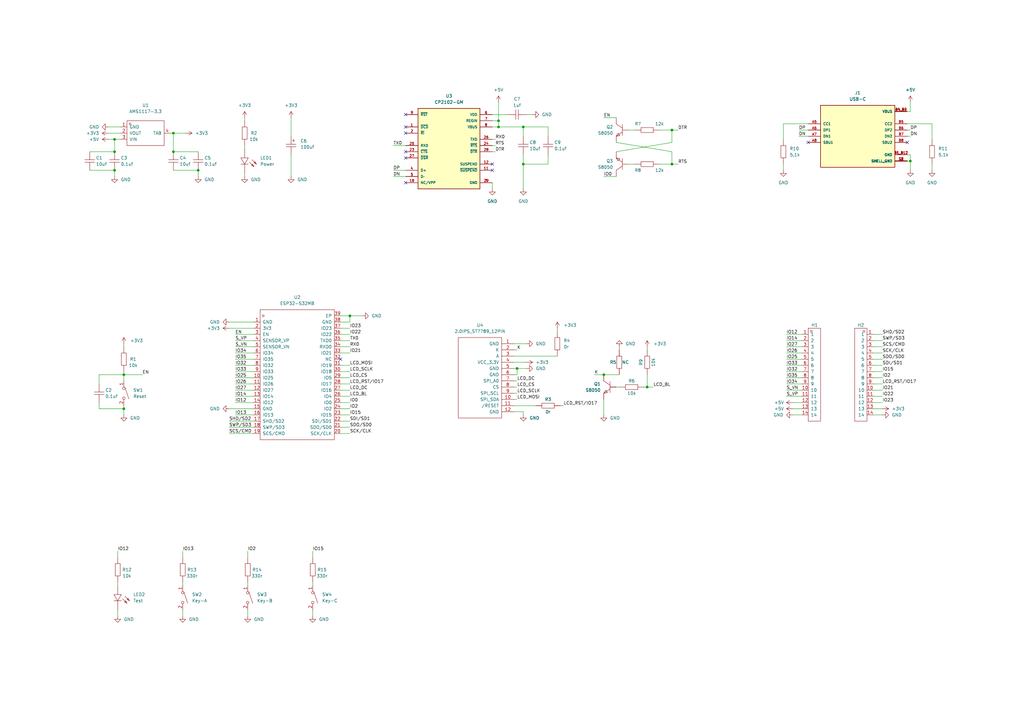
<source format=kicad_sch>
(kicad_sch (version 20211123) (generator eeschema)
  (paper "A3")
  (lib_symbols
    (symbol "SnapEDA:100uf" (pin_numbers hide) (pin_names (offset 1.016) hide)
      (property "Reference" "C" (at 0 3.81 0))
      (property "Value" "100uf" (at 0 -3.81 0))
      (symbol "100uf_1_1"
        (pin passive line (at 3.81 0 180) (length 2.54) (name "1") (number "1"))
        (pin passive line (at -3.81 0 0) (length 2.54) (name "2") (number "2"))
      )
    )
    (symbol "SnapEDA:2.0IPS_ST7789_12PIN" (pin_names (offset 1.016))
      (property "Reference" "U" (at -3.81 22.86 0))
      (property "Value" "2.0IPS_ST7789_12PIN" (at -2.54 20.32 0))
      (symbol "2.0IPS_ST7789_12PIN_1_1"
        (pin passive line (at 10.16 15.24 180) (length 5.08) (name "GND") (number "1"))
        (pin passive line (at 10.16 -7.62 180) (length 5.08) (name "SPI_SDA") (number "10"))
        (pin passive line (at 10.16 -10.16 180) (length 5.08) (name "/RESET") (number "11"))
        (pin passive line (at 10.16 -12.7 180) (length 5.08) (name "GND") (number "12"))
        (pin passive line (at 10.16 12.7 180) (length 5.08) (name "K") (number "2"))
        (pin passive line (at 10.16 10.16 180) (length 5.08) (name "A") (number "3"))
        (pin passive line (at 10.16 7.62 180) (length 5.08) (name "VCC_3.3V") (number "4"))
        (pin passive line (at 10.16 5.08 180) (length 5.08) (name "GND") (number "5"))
        (pin passive line (at 10.16 2.54 180) (length 5.08) (name "GND") (number "6"))
        (pin passive line (at 10.16 0 180) (length 5.08) (name "SPI_A0") (number "7"))
        (pin passive line (at 10.16 -2.54 180) (length 5.08) (name "CS") (number "8"))
        (pin passive line (at 10.16 -5.08 180) (length 5.08) (name "SPI_SCL") (number "9"))
      )
    )
    (symbol "SnapEDA:AMS1117-3.3" (pin_names (offset 1.016))
      (property "Reference" "U" (at 0 10.16 0))
      (property "Value" "AMS1117-3.3" (at 0 7.62 0))
      (symbol "AMS1117-3.3_1_1"
        (pin passive line (at -10.16 2.54 0) (length 2.54) (name "GND") (number "1"))
        (pin passive line (at -10.16 0 0) (length 2.54) (name "VOUT") (number "2"))
        (pin passive line (at -10.16 -2.54 0) (length 2.54) (name "VIN") (number "3"))
        (pin passive line (at 10.16 0 180) (length 2.54) (name "TAB") (number "4"))
      )
    )
    (symbol "SnapEDA:C-0603" (pin_numbers hide) (pin_names (offset 1.016) hide)
      (property "Reference" "C" (at 0 3.81 0))
      (property "Value" "C-0603" (at 0 -3.81 0))
      (symbol "C-0603_1_1"
        (pin passive line (at -3.81 0 0) (length 2.54) (name "1") (number "1"))
        (pin passive line (at 3.81 0 180) (length 2.54) (name "2") (number "2"))
      )
    )
    (symbol "SnapEDA:CP2102-GM" (pin_names (offset 1.016))
      (property "Reference" "U" (at -12.954 18.3642 0))
      (property "Value" "CP2102-GM" (at -13.1318 -17.3228 0))
      (symbol "CP2102-GM_0_0"
        (pin input line (at -17.78 10.16 0) (length 5.08) (name "~{DCD}") (number "1"))
        (pin output line (at 17.78 -7.62 180) (length 5.08) (name "~{SUSPEND}") (number "11"))
        (pin output line (at 17.78 -5.08 180) (length 5.08) (name "SUSPEND") (number "12"))
        (pin bidirectional line (at -17.78 -12.7 0) (length 5.08) (name "NC/VPP") (number "18"))
        (pin input line (at -17.78 7.62 0) (length 5.08) (name "~{RI}") (number "2"))
        (pin input line (at -17.78 0 0) (length 5.08) (name "~{CTS}") (number "23"))
        (pin output line (at 17.78 2.54 180) (length 5.08) (name "~{RTS}") (number "24"))
        (pin input line (at -17.78 2.54 0) (length 5.08) (name "RXD") (number "25"))
        (pin output line (at 17.78 5.08 180) (length 5.08) (name "TXD") (number "26"))
        (pin input line (at -17.78 -2.54 0) (length 5.08) (name "~{DSR}") (number "27"))
        (pin output line (at 17.78 0 180) (length 5.08) (name "~{DTR}") (number "28"))
        (pin passive line (at 17.78 -12.7 180) (length 5.08) (name "GND") (number "29"))
        (pin passive line (at 17.78 -12.7 180) (length 5.08) (name "GND") (number "3"))
        (pin bidirectional line (at -17.78 -7.62 0) (length 5.08) (name "D+") (number "4"))
        (pin bidirectional line (at -17.78 -10.16 0) (length 5.08) (name "D–") (number "5"))
        (pin passive line (at 17.78 15.24 180) (length 5.08) (name "VDD") (number "6"))
        (pin passive line (at 17.78 12.7 180) (length 5.08) (name "REGIN") (number "7"))
        (pin passive line (at 17.78 10.16 180) (length 5.08) (name "VBUS") (number "8"))
        (pin bidirectional line (at -17.78 15.24 0) (length 5.08) (name "~{RST}") (number "9"))
      )
    )
    (symbol "SnapEDA:ESP32-S32MB" (pin_names (offset 1.016))
      (property "Reference" "U" (at -13.97 30.48 0))
      (property "Value" "ESP32-S32MB" (at -7.62 27.94 0))
      (symbol "ESP32-S32MB_1_1"
        (pin input line (at -17.78 21.59 0) (length 2.54) (name "GND") (number "1"))
        (pin input line (at -17.78 -1.27 0) (length 2.54) (name "IO25") (number "10"))
        (pin input line (at -17.78 -3.81 0) (length 2.54) (name "IO26") (number "11"))
        (pin input line (at -17.78 -6.35 0) (length 2.54) (name "IO27") (number "12"))
        (pin input line (at -17.78 -8.89 0) (length 2.54) (name "IO14") (number "13"))
        (pin input line (at -17.78 -11.43 0) (length 2.54) (name "IO12") (number "14"))
        (pin input line (at -17.78 -13.97 0) (length 2.54) (name "GND") (number "15"))
        (pin input line (at -17.78 -16.51 0) (length 2.54) (name "IO13") (number "16"))
        (pin input line (at -17.78 -19.05 0) (length 2.54) (name "SHD/SD2") (number "17"))
        (pin input line (at -17.78 -21.59 0) (length 2.54) (name "SWP/SD3") (number "18"))
        (pin input line (at -17.78 -24.13 0) (length 2.54) (name "SCS/CMD") (number "19"))
        (pin input line (at -17.78 19.05 0) (length 2.54) (name "3V3") (number "2"))
        (pin input line (at 17.78 -24.13 180) (length 2.54) (name "SCK/CLK") (number "20"))
        (pin input line (at 17.78 -21.59 180) (length 2.54) (name "SDO/SD0") (number "21"))
        (pin input line (at 17.78 -19.05 180) (length 2.54) (name "SDI/SD1") (number "22"))
        (pin input line (at 17.78 -16.51 180) (length 2.54) (name "IO15") (number "23"))
        (pin input line (at 17.78 -13.97 180) (length 2.54) (name "IO2") (number "24"))
        (pin input line (at 17.78 -11.43 180) (length 2.54) (name "IO0") (number "25"))
        (pin input line (at 17.78 -8.89 180) (length 2.54) (name "IO4") (number "26"))
        (pin input line (at 17.78 -6.35 180) (length 2.54) (name "IO16") (number "27"))
        (pin input line (at 17.78 -3.81 180) (length 2.54) (name "IO17") (number "28"))
        (pin input line (at 17.78 -1.27 180) (length 2.54) (name "IO5") (number "29"))
        (pin input line (at -17.78 16.51 0) (length 2.54) (name "EN") (number "3"))
        (pin input line (at 17.78 1.27 180) (length 2.54) (name "IO18") (number "30"))
        (pin input line (at 17.78 3.81 180) (length 2.54) (name "IO19") (number "31"))
        (pin input line (at 17.78 6.35 180) (length 2.54) (name "NC") (number "32"))
        (pin input line (at 17.78 8.89 180) (length 2.54) (name "IO21") (number "33"))
        (pin input line (at 17.78 11.43 180) (length 2.54) (name "RXD0") (number "34"))
        (pin input line (at 17.78 13.97 180) (length 2.54) (name "TXD0") (number "35"))
        (pin input line (at 17.78 16.51 180) (length 2.54) (name "IO22") (number "36"))
        (pin input line (at 17.78 19.05 180) (length 2.54) (name "IO23") (number "37"))
        (pin input line (at 17.78 21.59 180) (length 2.54) (name "GND") (number "38"))
        (pin input line (at 17.78 24.13 180) (length 2.54) (name "EP") (number "39"))
        (pin input line (at -17.78 13.97 0) (length 2.54) (name "SENSOR_VP") (number "4"))
        (pin input line (at -17.78 11.43 0) (length 2.54) (name "SENSOR_VN") (number "5"))
        (pin input line (at -17.78 8.89 0) (length 2.54) (name "IO34") (number "6"))
        (pin input line (at -17.78 6.35 0) (length 2.54) (name "IO35") (number "7"))
        (pin input line (at -17.78 3.81 0) (length 2.54) (name "IO32") (number "8"))
        (pin input line (at -17.78 1.27 0) (length 2.54) (name "IO33") (number "9"))
      )
    )
    (symbol "SnapEDA:KH-2.54PH180-1X14P-L11.5" (pin_names (offset 1.016))
      (property "Reference" "H" (at 0 20.32 0))
      (symbol "KH-2.54PH180-1X14P-L11.5_1_1"
        (pin passive line (at -5.08 16.51 0) (length 2.54) (name "1") (number "1"))
        (pin passive line (at -5.08 -6.35 0) (length 2.54) (name "10") (number "10"))
        (pin passive line (at -5.08 -8.89 0) (length 2.54) (name "11") (number "11"))
        (pin passive line (at -5.08 -11.43 0) (length 2.54) (name "12") (number "12"))
        (pin passive line (at -5.08 -13.97 0) (length 2.54) (name "13") (number "13"))
        (pin passive line (at -5.08 -16.51 0) (length 2.54) (name "14") (number "14"))
        (pin passive line (at -5.08 13.97 0) (length 2.54) (name "2") (number "2"))
        (pin passive line (at -5.08 11.43 0) (length 2.54) (name "3") (number "3"))
        (pin passive line (at -5.08 8.89 0) (length 2.54) (name "4") (number "4"))
        (pin passive line (at -5.08 6.35 0) (length 2.54) (name "5") (number "5"))
        (pin passive line (at -5.08 3.81 0) (length 2.54) (name "6") (number "6"))
        (pin passive line (at -5.08 1.27 0) (length 2.54) (name "7") (number "7"))
        (pin passive line (at -5.08 -1.27 0) (length 2.54) (name "8") (number "8"))
        (pin passive line (at -5.08 -3.81 0) (length 2.54) (name "9") (number "9"))
      )
    )
    (symbol "SnapEDA:LED-0603" (pin_numbers hide) (pin_names (offset 1.016) hide)
      (property "Reference" "LED" (at 0 5.08 0))
      (symbol "LED-0603_1_1"
        (pin passive line (at -5.08 -1.27 0) (length 3.81) (name "A") (number "1"))
        (pin passive line (at 5.08 -1.27 180) (length 3.81) (name "C") (number "2"))
      )
    )
    (symbol "SnapEDA:RES-0603" (pin_numbers hide) (pin_names (offset 1.016) hide)
      (property "Reference" "R" (at 0 2.54 0))
      (property "Value" "RES-0603" (at 0 -2.54 0))
      (symbol "RES-0603_1_1"
        (pin passive line (at -5.08 0 0) (length 2.54) (name "1") (number "1"))
        (pin passive line (at 5.08 0 180) (length 2.54) (name "2") (number "2"))
      )
    )
    (symbol "SnapEDA:S8050" (pin_numbers hide) (pin_names (offset 1.016) hide)
      (property "Reference" "Q" (at 6.35 -2.54 0))
      (property "Value" "S8050" (at 8.89 -5.08 0))
      (symbol "S8050_1_1"
        (pin passive line (at -2.54 0 0) (length 2.54) (name "B") (number "1"))
        (pin passive line (at 2.54 -5.08 90) (length 2.54) (name "E") (number "2"))
        (pin passive line (at 2.54 5.08 270) (length 2.54) (name "C") (number "3"))
      )
    )
    (symbol "SnapEDA:ST-1186S(小龟)" (pin_names (offset 1.016) hide)
      (property "Reference" "SW" (at 0 3.81 0))
      (property "Value" "ST-1186S(小龟)" (at 0 -2.54 0))
      (symbol "ST-1186S(小龟)_1_1"
        (pin passive line (at -5.08 0 0) (length 2.54) (name "1") (number "1"))
        (pin passive line (at 5.08 0 180) (length 2.54) (name "2") (number "2"))
      )
    )
    (symbol "SnapEDA:USB4105-GF-A" (pin_names (offset 1.016))
      (property "Reference" "J" (at -15.24 13.97 0))
      (property "Value" "USB4105-GF-A" (at -15.24 -15.24 0))
      (symbol "USB4105-GF-A_0_0"
        (pin passive line (at 20.32 -7.62 180) (length 5.08) (name "GND") (number "A1_B12"))
        (pin passive line (at 20.32 10.16 180) (length 5.08) (name "VBUS") (number "A4_B9"))
        (pin bidirectional line (at -20.32 5.08 0) (length 5.08) (name "CC1") (number "A5"))
        (pin bidirectional line (at -20.32 2.54 0) (length 5.08) (name "DP1") (number "A6"))
        (pin bidirectional line (at -20.32 0 0) (length 5.08) (name "DN1") (number "A7"))
        (pin bidirectional line (at -20.32 -2.54 0) (length 5.08) (name "SBU1") (number "A8"))
        (pin passive line (at 20.32 -7.62 180) (length 5.08) (name "GND") (number "B1_A12"))
        (pin passive line (at 20.32 10.16 180) (length 5.08) (name "VBUS") (number "B4_A9"))
        (pin bidirectional line (at 20.32 5.08 180) (length 5.08) (name "CC2") (number "B5"))
        (pin bidirectional line (at 20.32 2.54 180) (length 5.08) (name "DP2") (number "B6"))
        (pin bidirectional line (at 20.32 0 180) (length 5.08) (name "DN2") (number "B7"))
        (pin bidirectional line (at 20.32 -2.54 180) (length 5.08) (name "SBU2") (number "B8"))
        (pin passive line (at 20.32 -10.16 180) (length 5.08) (name "SHELL_GND") (number "S1"))
        (pin passive line (at 20.32 -10.16 180) (length 5.08) (name "SHELL_GND") (number "S2"))
        (pin passive line (at 20.32 -10.16 180) (length 5.08) (name "SHELL_GND") (number "S3"))
        (pin passive line (at 20.32 -10.16 180) (length 5.08) (name "SHELL_GND") (number "S4"))
      )
    )
    (symbol "power:+3V3" (power) (pin_names (offset 0))
      (property "Value" "+3V3" (at 0 3.556 0))
      (symbol "+3V3_1_1"
        (pin power_in line (at 0 0 90) (length 0) hide (name "+3V3") (number "1"))
      )
    )
    (symbol "power:+5V" (power) (pin_names (offset 0))
      (property "Value" "+5V" (at 0 3.556 0))
      (symbol "+5V_1_1"
        (pin power_in line (at 0 0 90) (length 0) hide (name "+5V") (number "1"))
      )
    )
    (symbol "power:GND" (power) (pin_names (offset 0))
      (property "Value" "GND" (at 0 -3.81 0))
      (symbol "GND_1_1"
        (pin power_in line (at 0 0 270) (length 0) hide (name "GND") (number "1"))
      )
    )
  )
  (junction (at 81.28 69.85))
  (junction (at 71.12 62.23))
  (junction (at 275.59 53.34))
  (junction (at 204.47 49.53))
  (junction (at 212.09 151.13))
  (junction (at 265.43 158.75))
  (junction (at 71.12 54.61))
  (junction (at 46.99 62.23))
  (junction (at 46.99 69.85))
  (junction (at 247.65 153.67))
  (junction (at 275.59 67.31))
  (junction (at 214.63 67.31))
  (junction (at 373.38 66.04))
  (junction (at 46.99 57.15))
  (junction (at 50.8 167.64))
  (junction (at 214.63 52.07))
  (junction (at 143.51 129.54))
  (junction (at 204.47 52.07))
  (junction (at 50.8 153.67))
  (no_connect (at 166.37 74.93))
  (no_connect (at 372.11 58.42))
  (no_connect (at 331.47 58.42))
  (no_connect (at 201.93 69.85))
  (no_connect (at 201.93 67.31))
  (no_connect (at 139.7 147.32))
  (no_connect (at 166.37 62.23))
  (no_connect (at 166.37 64.77))
  (no_connect (at 166.37 52.07))
  (no_connect (at 166.37 46.99))
  (no_connect (at 166.37 54.61))
  (wire (pts (xy 228.6 134.62) (xy 228.6 135.89)))
  (wire (pts (xy 161.29 59.69) (xy 166.37 59.69)))
  (wire (pts (xy 143.51 154.94) (xy 139.7 154.94)))
  (wire (pts (xy 71.12 62.23) (xy 81.28 62.23)))
  (wire (pts (xy 143.51 175.26) (xy 139.7 175.26)))
  (wire (pts (xy 275.59 67.31) (xy 278.13 67.31)))
  (wire (pts (xy 325.12 170.18) (xy 328.93 170.18)))
  (wire (pts (xy 143.51 142.24) (xy 139.7 142.24)))
  (wire (pts (xy 327.66 55.88) (xy 331.47 55.88)))
  (wire (pts (xy 96.52 162.56) (xy 104.14 162.56)))
  (wire (pts (xy 46.99 57.15) (xy 49.53 57.15)))
  (wire (pts (xy 143.51 170.18) (xy 139.7 170.18)))
  (wire (pts (xy 93.98 172.72) (xy 104.14 172.72)))
  (wire (pts (xy 48.26 238.76) (xy 48.26 240.03)))
  (wire (pts (xy 214.63 52.07) (xy 204.47 52.07)))
  (wire (pts (xy 212.09 156.21) (xy 210.82 156.21)))
  (wire (pts (xy 40.64 153.67) (xy 50.8 153.67)))
  (wire (pts (xy 100.33 71.12) (xy 100.33 72.39)))
  (wire (pts (xy 214.63 67.31) (xy 214.63 77.47)))
  (wire (pts (xy 254 158.75) (xy 252.73 158.75)))
  (wire (pts (xy 270.51 53.34) (xy 275.59 53.34)))
  (wire (pts (xy 361.95 139.7) (xy 358.14 139.7)))
  (wire (pts (xy 210.82 146.05) (xy 228.6 146.05)))
  (wire (pts (xy 275.59 53.34) (xy 275.59 58.42)))
  (wire (pts (xy 361.95 160.02) (xy 358.14 160.02)))
  (wire (pts (xy 322.58 144.78) (xy 328.93 144.78)))
  (wire (pts (xy 212.09 158.75) (xy 210.82 158.75)))
  (wire (pts (xy 74.93 226.06) (xy 74.93 228.6)))
  (wire (pts (xy 40.64 167.64) (xy 50.8 167.64)))
  (wire (pts (xy 96.52 149.86) (xy 104.14 149.86)))
  (wire (pts (xy 96.52 165.1) (xy 104.14 165.1)))
  (wire (pts (xy 74.93 250.19) (xy 74.93 252.73)))
  (wire (pts (xy 50.8 166.37) (xy 50.8 167.64)))
  (wire (pts (xy 327.66 53.34) (xy 331.47 53.34)))
  (wire (pts (xy 96.52 137.16) (xy 104.14 137.16)))
  (wire (pts (xy 361.95 154.94) (xy 358.14 154.94)))
  (wire (pts (xy 212.09 161.29) (xy 210.82 161.29)))
  (wire (pts (xy 50.8 152.4) (xy 50.8 153.67)))
  (wire (pts (xy 74.93 238.76) (xy 74.93 240.03)))
  (wire (pts (xy 143.51 144.78) (xy 139.7 144.78)))
  (wire (pts (xy 372.11 63.5) (xy 373.38 63.5)))
  (wire (pts (xy 143.51 177.8) (xy 139.7 177.8)))
  (wire (pts (xy 50.8 167.64) (xy 50.8 170.18)))
  (wire (pts (xy 321.31 50.8) (xy 331.47 50.8)))
  (wire (pts (xy 203.2 62.23) (xy 201.93 62.23)))
  (wire (pts (xy 201.93 74.93) (xy 201.93 77.47)))
  (wire (pts (xy 143.51 152.4) (xy 139.7 152.4)))
  (wire (pts (xy 361.95 137.16) (xy 358.14 137.16)))
  (wire (pts (xy 71.12 54.61) (xy 71.12 62.23)))
  (wire (pts (xy 139.7 129.54) (xy 143.51 129.54)))
  (wire (pts (xy 210.82 153.67) (xy 212.09 153.67)))
  (wire (pts (xy 373.38 55.88) (xy 372.11 55.88)))
  (wire (pts (xy 93.98 132.08) (xy 104.14 132.08)))
  (wire (pts (xy 224.79 63.5) (xy 224.79 67.31)))
  (wire (pts (xy 143.51 132.08) (xy 143.51 129.54)))
  (wire (pts (xy 100.33 48.26) (xy 100.33 49.53)))
  (wire (pts (xy 382.27 67.31) (xy 382.27 69.85)))
  (wire (pts (xy 101.6 226.06) (xy 101.6 228.6)))
  (wire (pts (xy 254 142.24) (xy 254 143.51)))
  (wire (pts (xy 322.58 139.7) (xy 328.93 139.7)))
  (wire (pts (xy 321.31 67.31) (xy 321.31 69.85)))
  (wire (pts (xy 325.12 165.1) (xy 328.93 165.1)))
  (wire (pts (xy 204.47 49.53) (xy 204.47 41.91)))
  (wire (pts (xy 71.12 54.61) (xy 76.2 54.61)))
  (wire (pts (xy 139.7 160.02) (xy 143.51 160.02)))
  (wire (pts (xy 322.58 160.02) (xy 328.93 160.02)))
  (wire (pts (xy 322.58 162.56) (xy 328.93 162.56)))
  (wire (pts (xy 100.33 60.96) (xy 100.33 59.69)))
  (wire (pts (xy 275.59 62.23) (xy 275.59 67.31)))
  (wire (pts (xy 322.58 149.86) (xy 328.93 149.86)))
  (wire (pts (xy 44.45 54.61) (xy 49.53 54.61)))
  (wire (pts (xy 224.79 55.88) (xy 224.79 52.07)))
  (wire (pts (xy 224.79 52.07) (xy 214.63 52.07)))
  (wire (pts (xy 214.63 168.91) (xy 214.63 170.18)))
  (wire (pts (xy 322.58 152.4) (xy 328.93 152.4)))
  (wire (pts (xy 36.83 62.23) (xy 46.99 62.23)))
  (wire (pts (xy 247.65 72.39) (xy 252.73 72.39)))
  (wire (pts (xy 243.84 153.67) (xy 247.65 153.67)))
  (wire (pts (xy 204.47 52.07) (xy 204.47 49.53)))
  (wire (pts (xy 373.38 53.34) (xy 372.11 53.34)))
  (wire (pts (xy 215.9 148.59) (xy 210.82 148.59)))
  (wire (pts (xy 201.93 52.07) (xy 204.47 52.07)))
  (wire (pts (xy 96.52 170.18) (xy 104.14 170.18)))
  (wire (pts (xy 322.58 137.16) (xy 328.93 137.16)))
  (wire (pts (xy 143.51 134.62) (xy 139.7 134.62)))
  (wire (pts (xy 212.09 151.13) (xy 210.82 151.13)))
  (wire (pts (xy 143.51 139.7) (xy 139.7 139.7)))
  (wire (pts (xy 128.27 250.19) (xy 128.27 252.73)))
  (wire (pts (xy 322.58 147.32) (xy 328.93 147.32)))
  (wire (pts (xy 128.27 226.06) (xy 128.27 228.6)))
  (wire (pts (xy 382.27 50.8) (xy 382.27 57.15)))
  (wire (pts (xy 96.52 152.4) (xy 104.14 152.4)))
  (wire (pts (xy 143.51 137.16) (xy 139.7 137.16)))
  (wire (pts (xy 96.52 157.48) (xy 104.14 157.48)))
  (wire (pts (xy 203.2 59.69) (xy 201.93 59.69)))
  (wire (pts (xy 322.58 157.48) (xy 328.93 157.48)))
  (wire (pts (xy 265.43 158.75) (xy 267.97 158.75)))
  (wire (pts (xy 46.99 57.15) (xy 46.99 62.23)))
  (wire (pts (xy 44.45 52.07) (xy 49.53 52.07)))
  (wire (pts (xy 215.9 46.99) (xy 218.44 46.99)))
  (wire (pts (xy 96.52 147.32) (xy 104.14 147.32)))
  (wire (pts (xy 101.6 250.19) (xy 101.6 252.73)))
  (wire (pts (xy 372.11 66.04) (xy 373.38 66.04)))
  (wire (pts (xy 44.45 57.15) (xy 46.99 57.15)))
  (wire (pts (xy 128.27 238.76) (xy 128.27 240.03)))
  (wire (pts (xy 71.12 69.85) (xy 81.28 69.85)))
  (wire (pts (xy 143.51 129.54) (xy 148.59 129.54)))
  (wire (pts (xy 215.9 151.13) (xy 212.09 151.13)))
  (wire (pts (xy 93.98 167.64) (xy 104.14 167.64)))
  (wire (pts (xy 275.59 67.31) (xy 270.51 67.31)))
  (wire (pts (xy 139.7 162.56) (xy 143.51 162.56)))
  (wire (pts (xy 325.12 167.64) (xy 328.93 167.64)))
  (wire (pts (xy 210.82 140.97) (xy 215.9 140.97)))
  (wire (pts (xy 373.38 41.91) (xy 373.38 45.72)))
  (wire (pts (xy 36.83 69.85) (xy 46.99 69.85)))
  (wire (pts (xy 210.82 166.37) (xy 219.71 166.37)))
  (wire (pts (xy 40.64 165.1) (xy 40.64 167.64)))
  (wire (pts (xy 96.52 154.94) (xy 104.14 154.94)))
  (wire (pts (xy 212.09 163.83) (xy 210.82 163.83)))
  (wire (pts (xy 373.38 45.72) (xy 372.11 45.72)))
  (wire (pts (xy 46.99 69.85) (xy 46.99 72.39)))
  (wire (pts (xy 372.11 50.8) (xy 382.27 50.8)))
  (wire (pts (xy 247.65 163.83) (xy 247.65 170.18)))
  (wire (pts (xy 119.38 48.26) (xy 119.38 55.88)))
  (wire (pts (xy 161.29 72.39) (xy 166.37 72.39)))
  (wire (pts (xy 224.79 67.31) (xy 214.63 67.31)))
  (wire (pts (xy 143.51 157.48) (xy 139.7 157.48)))
  (wire (pts (xy 361.95 149.86) (xy 358.14 149.86)))
  (wire (pts (xy 247.65 153.67) (xy 254 153.67)))
  (wire (pts (xy 81.28 69.85) (xy 81.28 72.39)))
  (wire (pts (xy 50.8 153.67) (xy 58.42 153.67)))
  (wire (pts (xy 321.31 57.15) (xy 321.31 50.8)))
  (wire (pts (xy 201.93 46.99) (xy 208.28 46.99)))
  (wire (pts (xy 322.58 142.24) (xy 328.93 142.24)))
  (wire (pts (xy 69.85 54.61) (xy 71.12 54.61)))
  (wire (pts (xy 361.95 167.64) (xy 358.14 167.64)))
  (wire (pts (xy 373.38 63.5) (xy 373.38 66.04)))
  (wire (pts (xy 48.26 226.06) (xy 48.26 228.6)))
  (wire (pts (xy 143.51 149.86) (xy 139.7 149.86)))
  (wire (pts (xy 322.58 154.94) (xy 328.93 154.94)))
  (wire (pts (xy 265.43 158.75) (xy 265.43 153.67)))
  (wire (pts (xy 247.65 48.26) (xy 252.73 48.26)))
  (wire (pts (xy 139.7 132.08) (xy 143.51 132.08)))
  (wire (pts (xy 143.51 165.1) (xy 139.7 165.1)))
  (wire (pts (xy 275.59 58.42) (xy 252.73 62.23)))
  (wire (pts (xy 212.09 143.51) (xy 210.82 143.51)))
  (wire (pts (xy 257.81 53.34) (xy 260.35 53.34)))
  (wire (pts (xy 265.43 142.24) (xy 265.43 143.51)))
  (wire (pts (xy 210.82 168.91) (xy 214.63 168.91)))
  (wire (pts (xy 373.38 66.04) (xy 373.38 69.85)))
  (wire (pts (xy 361.95 162.56) (xy 358.14 162.56)))
  (wire (pts (xy 161.29 69.85) (xy 166.37 69.85)))
  (wire (pts (xy 96.52 142.24) (xy 104.14 142.24)))
  (wire (pts (xy 231.14 166.37) (xy 229.87 166.37)))
  (wire (pts (xy 361.95 144.78) (xy 358.14 144.78)))
  (wire (pts (xy 101.6 238.76) (xy 101.6 240.03)))
  (wire (pts (xy 275.59 53.34) (xy 278.13 53.34)))
  (wire (pts (xy 143.51 172.72) (xy 139.7 172.72)))
  (wire (pts (xy 361.95 165.1) (xy 358.14 165.1)))
  (wire (pts (xy 275.59 62.23) (xy 252.73 58.42)))
  (wire (pts (xy 361.95 157.48) (xy 358.14 157.48)))
  (wire (pts (xy 40.64 157.48) (xy 40.64 153.67)))
  (wire (pts (xy 96.52 144.78) (xy 104.14 144.78)))
  (wire (pts (xy 361.95 147.32) (xy 358.14 147.32)))
  (wire (pts (xy 50.8 140.97) (xy 50.8 142.24)))
  (wire (pts (xy 201.93 49.53) (xy 204.47 49.53)))
  (wire (pts (xy 96.52 160.02) (xy 104.14 160.02)))
  (wire (pts (xy 212.09 153.67) (xy 212.09 151.13)))
  (wire (pts (xy 264.16 158.75) (xy 265.43 158.75)))
  (wire (pts (xy 50.8 153.67) (xy 50.8 156.21)))
  (wire (pts (xy 257.81 67.31) (xy 260.35 67.31)))
  (wire (pts (xy 361.95 170.18) (xy 358.14 170.18)))
  (wire (pts (xy 96.52 139.7) (xy 104.14 139.7)))
  (wire (pts (xy 93.98 134.62) (xy 104.14 134.62)))
  (wire (pts (xy 119.38 63.5) (xy 119.38 72.39)))
  (wire (pts (xy 93.98 175.26) (xy 104.14 175.26)))
  (wire (pts (xy 214.63 55.88) (xy 214.63 52.07)))
  (wire (pts (xy 93.98 177.8) (xy 104.14 177.8)))
  (wire (pts (xy 48.26 252.73) (xy 48.26 250.19)))
  (wire (pts (xy 361.95 142.24) (xy 358.14 142.24)))
  (wire (pts (xy 214.63 67.31) (xy 214.63 63.5)))
  (wire (pts (xy 203.2 57.15) (xy 201.93 57.15)))
  (wire (pts (xy 361.95 152.4) (xy 358.14 152.4)))
  (wire (pts (xy 143.51 167.64) (xy 139.7 167.64)))
  (label "IO35" (at 322.58 154.94 0))
  (label "IO32" (at 322.58 152.4 0))
  (label "IO33" (at 96.52 152.4 0))
  (label "SCK{slash}CLK" (at 361.95 144.78 0))
  (label "IO15" (at 143.51 170.18 0))
  (label "IO34" (at 322.58 157.48 0))
  (label "DTR" (at 203.2 62.23 0))
  (label "LCD_MOSI" (at 143.51 149.86 0))
  (label "IO22" (at 143.51 137.16 0))
  (label "S_VP" (at 96.52 139.7 0))
  (label "DN" (at 161.29 72.39 0))
  (label "IO2" (at 101.6 226.06 0))
  (label "LCD_BL" (at 267.97 158.75 0))
  (label "IO0" (at 247.65 72.39 0))
  (label "IO13" (at 96.52 170.18 0))
  (label "SCS{slash}CMD" (at 93.98 177.8 0))
  (label "IO12" (at 96.52 165.1 0))
  (label "S_VP" (at 322.58 162.56 0))
  (label "IO2" (at 143.51 167.64 0))
  (label "IO26" (at 96.52 157.48 0))
  (label "SDI{slash}SD1" (at 143.51 172.72 0))
  (label "LCD_BL" (at 143.51 162.56 0))
  (label "IO25" (at 96.52 154.94 0))
  (label "IO12" (at 322.58 137.16 0))
  (label "IO23" (at 361.95 165.1 0))
  (label "K" (at 212.09 143.51 0))
  (label "DP" (at 327.66 53.34 0))
  (label "IO13" (at 74.93 226.06 0))
  (label "IO34" (at 96.52 144.78 0))
  (label "EN" (at 247.65 48.26 0))
  (label "IO26" (at 322.58 144.78 0))
  (label "TX0" (at 161.29 59.69 0))
  (label "IO25" (at 322.58 147.32 0))
  (label "LCD_DC" (at 143.51 160.02 0))
  (label "DP" (at 161.29 69.85 0))
  (label "RTS" (at 203.2 59.69 0))
  (label "RX0" (at 143.51 142.24 0))
  (label "LCD_DC" (at 212.09 156.21 0))
  (label "LCD_MOSI" (at 212.09 163.83 0))
  (label "IO0" (at 143.51 165.1 0))
  (label "EN" (at 58.42 153.67 0))
  (label "SHD{slash}SD2" (at 93.98 172.72 0))
  (label "IO14" (at 96.52 162.56 0))
  (label "S_VN" (at 96.52 142.24 0))
  (label "SCS{slash}CMD" (at 361.95 142.24 0))
  (label "SHD{slash}SD2" (at 361.95 137.16 0))
  (label "RTS" (at 278.13 67.31 0))
  (label "EN" (at 96.52 137.16 0))
  (label "IO27" (at 96.52 160.02 0))
  (label "IO32" (at 96.52 149.86 0))
  (label "SDO{slash}SD0" (at 143.51 175.26 0))
  (label "LCD_RST{slash}IO17" (at 231.14 166.37 0))
  (label "SWP{slash}SD3" (at 93.98 175.26 0))
  (label "IO21" (at 361.95 160.02 0))
  (label "RX0" (at 203.2 57.15 0))
  (label "IO27" (at 322.58 142.24 0))
  (label "IO14" (at 322.58 139.7 0))
  (label "IO15" (at 361.95 152.4 0))
  (label "SCK{slash}CLK" (at 143.51 177.8 0))
  (label "IO35" (at 96.52 147.32 0))
  (label "LCD_RST{slash}IO17" (at 361.95 157.48 0))
  (label "IO22" (at 361.95 162.56 0))
  (label "K" (at 243.84 153.67 0))
  (label "SWP{slash}SD3" (at 361.95 139.7 0))
  (label "DN" (at 373.38 55.88 0))
  (label "DP" (at 373.38 53.34 0))
  (label "LCD_RST{slash}IO17" (at 143.51 157.48 0))
  (label "SDO{slash}SD0" (at 361.95 147.32 0))
  (label "DN" (at 327.66 55.88 0))
  (label "LCD_CS" (at 143.51 154.94 0))
  (label "IO12" (at 48.26 226.06 0))
  (label "LCD_SCLK" (at 143.51 152.4 0))
  (label "DTR" (at 278.13 53.34 0))
  (label "IO23" (at 143.51 134.62 0))
  (label "IO15" (at 128.27 226.06 0))
  (label "LCD_CS" (at 212.09 158.75 0))
  (label "IO2" (at 361.95 154.94 0))
  (label "SDI{slash}SD1" (at 361.95 149.86 0))
  (label "IO21" (at 143.51 144.78 0))
  (label "LCD_SCLK" (at 212.09 161.29 0))
  (label "S_VN" (at 322.58 160.02 0))
  (label "IO33" (at 322.58 149.86 0))
  (label "TX0" (at 143.51 139.7 0))
  (symbol (lib_id "SnapEDA:RES-0603") (at 259.08 158.75 180) (unit 1)
    (property "Reference" "R6" (at 259.08 156.21 0))
    (property "Value" "10k" (at 259.08 161.29 0))
    (property "Footprint" "Resistor_SMD:R_0603_1608Metric_Pad0.98x0.95mm_HandSolder" (effects hide))
    (property "Datasheet" "https://atta.szlcsc.com/upload/public/pdf/source/20181114/C319939_84EC22C44582273BB0BA8C4BA6239E66.pdf" (effects hide))
    (property "SuppliersPartNumber" "C319939" (effects hide))
    (property "uuid" "pro:d99720f4aed34e18a6bd928bc160db47" (effects hide))
  )
  (symbol (lib_id "SnapEDA:ST-1186S(小龟)") (at 101.6 245.11 270) (unit 1)
    (property "Reference" "SW3" (at 105.41 243.8399 90) (effects (justify left)))
    (property "Value" "Key-B" (at 105.41 246.3799 90) (effects (justify left)))
    (property "Footprint" "SnapEDA:SW-SMD_ST-1186S" (effects hide))
    (property "Datasheet" "https://atta.szlcsc.com/upload/public/pdf/source/20200922/C589199_3CBBF64D1D8E1CEB170EED2E917B31E1.pdf" (effects hide))
    (property "SuppliersPartNumber" "C589199" (effects hide))
    (property "uuid" "pro:4d2c068a7be4432cac899fb4df7715fb" (effects hide))
  )
  (symbol (lib_id "power:GND") (at 201.93 77.47 0) (unit 1)
    (property "Reference" "#PWR017" (effects hide))
    (property "Value" "GND" (at 201.93 82.55 0))
  )
  (symbol (lib_id "SnapEDA:C-0603") (at 212.09 46.99 0) (unit 1)
    (property "Reference" "C7" (at 212.09 40.64 0))
    (property "Value" "1uf" (at 212.09 43.18 0))
    (property "Footprint" "Capacitor_SMD:C_0603_1608Metric_Pad1.08x0.95mm_HandSolder" (effects hide))
    (property "Datasheet" "https://atta.szlcsc.com/upload/public/pdf/source/20160103/1457707690730.pdf" (effects hide))
    (property "SuppliersPartNumber" "C1688" (effects hide))
    (property "uuid" "pro:b76f1efa6e7d4fe798164e1512f76f52" (effects hide))
  )
  (symbol (lib_id "power:+3V3") (at 44.45 54.61 90) (unit 1)
    (property "Reference" "#PWR02" (effects hide))
    (property "Value" "+3V3" (at 40.64 54.61 90) (effects (justify left)))
  )
  (symbol (lib_id "SnapEDA:KH-2.54PH180-1X14P-L11.5") (at 334.01 153.67 0) (unit 1)
    (property "Reference" "H1" (at 332.74 133.35 0) (effects (justify left)))
    (property "Value" "KH-2.54PH180-1X14P-L11.5" (effects hide))
    (property "Footprint" "SnapEDA:HDR-TH_14P-P2.54-V-M" (effects hide))
    (property "Datasheet" "https://atta.szlcsc.com/upload/public/pdf/source/20211019/70B2F9BE166FB5933520F36B6C0BD4AD.pdf" (effects hide))
    (property "SuppliersPartNumber" "C2905490" (effects hide))
    (property "uuid" "pro:28129977706c458a94d571609413c9e2" (effects hide))
  )
  (symbol (lib_id "SnapEDA:RES-0603") (at 254 148.59 270) (unit 1)
    (property "Reference" "R5" (at 251.46 148.59 90))
    (property "Value" "NC" (at 256.54 148.59 90))
    (property "Footprint" "Resistor_SMD:R_0603_1608Metric_Pad0.98x0.95mm_HandSolder" (effects hide))
    (property "Datasheet" "https://atta.szlcsc.com/upload/public/pdf/source/20181114/C319939_84EC22C44582273BB0BA8C4BA6239E66.pdf" (effects hide))
    (property "SuppliersPartNumber" "C319939" (effects hide))
    (property "uuid" "pro:d99720f4aed34e18a6bd928bc160db47" (effects hide))
  )
  (symbol (lib_id "power:GND") (at 74.93 252.73 0) (unit 1)
    (property "Reference" "#PWR0109" (effects hide))
    (property "Value" "GND" (at 77.47 253.9999 0) (effects (justify left)))
  )
  (symbol (lib_id "SnapEDA:2.0IPS_ST7789_12PIN") (at 200.66 156.21 0) (unit 1)
    (property "Reference" "U4" (at 196.85 133.35 0))
    (property "Value" "2.0IPS_ST7789_12PIN" (at 196.85 135.89 0))
    (property "Footprint" "SnapEDA:SPI-LCD2.0" (effects hide))
    (property "uuid" "pro:4b80e2fc0f0b45ada2f80bb672bd0398" (effects hide))
  )
  (symbol (lib_id "power:+3V3") (at 215.9 148.59 270) (unit 1)
    (property "Reference" "#PWR022" (effects hide))
    (property "Value" "+3V3" (at 219.71 148.5899 90) (effects (justify left)))
  )
  (symbol (lib_id "SnapEDA:C-0603") (at 81.28 66.04 90) (unit 1)
    (property "Reference" "C5" (at 83.82 64.77 90) (effects (justify right)))
    (property "Value" "0.1uf" (at 83.82 67.31 90) (effects (justify right)))
    (property "Footprint" "Capacitor_SMD:C_0603_1608Metric_Pad1.08x0.95mm_HandSolder" (effects hide))
    (property "Datasheet" "https://atta.szlcsc.com/upload/public/pdf/source/20160103/1457707690730.pdf" (effects hide))
    (property "SuppliersPartNumber" "C1688" (effects hide))
    (property "uuid" "pro:b76f1efa6e7d4fe798164e1512f76f52" (effects hide))
  )
  (symbol (lib_id "power:GND") (at 254 142.24 180) (unit 1)
    (property "Reference" "#PWR027" (effects hide))
    (property "Value" "GND" (at 256.54 140.9699 0) (effects (justify right)))
  )
  (symbol (lib_id "SnapEDA:S8050") (at 250.19 158.75 0) (mirror y) (unit 1)
    (property "Reference" "Q1" (at 246.38 157.4799 0) (effects (justify left)))
    (property "Value" "S8050" (at 246.38 160.0199 0) (effects (justify left)))
    (property "Footprint" "SnapEDA:SOT-23-3_L2.9-W1.3-P1.90-LS2.4-BR" (effects hide))
    (property "Datasheet" "https://atta.szlcsc.com/upload/public/pdf/source/20210901/5347316A10609C628D4D69AE01446E5B.pdf" (effects hide))
    (property "SuppliersPartNumber" "C2891804" (effects hide))
    (property "uuid" "pro:8fd3bd2e6bab4d5594ed1f783ff51bb9" (effects hide))
  )
  (symbol (lib_id "SnapEDA:RES-0603") (at 101.6 233.68 90) (unit 1)
    (property "Reference" "R14" (at 105.41 233.68 90))
    (property "Value" "330r" (at 105.41 236.22 90))
    (property "Footprint" "Resistor_SMD:R_0603_1608Metric_Pad0.98x0.95mm_HandSolder" (effects hide))
    (property "Datasheet" "https://atta.szlcsc.com/upload/public/pdf/source/20181114/C319939_84EC22C44582273BB0BA8C4BA6239E66.pdf" (effects hide))
    (property "SuppliersPartNumber" "C319939" (effects hide))
    (property "uuid" "pro:d99720f4aed34e18a6bd928bc160db47" (effects hide))
  )
  (symbol (lib_id "SnapEDA:ST-1186S(小龟)") (at 128.27 245.11 270) (unit 1)
    (property "Reference" "SW4" (at 132.08 243.8399 90) (effects (justify left)))
    (property "Value" "Key-C" (at 132.08 246.3799 90) (effects (justify left)))
    (property "Footprint" "SnapEDA:SW-SMD_ST-1186S" (effects hide))
    (property "Datasheet" "https://atta.szlcsc.com/upload/public/pdf/source/20200922/C589199_3CBBF64D1D8E1CEB170EED2E917B31E1.pdf" (effects hide))
    (property "SuppliersPartNumber" "C589199" (effects hide))
    (property "uuid" "pro:4d2c068a7be4432cac899fb4df7715fb" (effects hide))
  )
  (symbol (lib_id "power:+3V3") (at 76.2 54.61 270) (unit 1)
    (property "Reference" "#PWR07" (effects hide))
    (property "Value" "+3V3" (at 80.01 54.61 90) (effects (justify left)))
  )
  (symbol (lib_id "SnapEDA:LED-0603") (at 49.53 245.11 270) (unit 1)
    (property "Reference" "LED2" (at 54.61 243.84 90) (effects (justify left)))
    (property "Value" "Test" (at 54.61 246.38 90) (effects (justify left)))
    (property "Footprint" "SnapEDA:LED0603-R-RD" (effects hide))
    (property "Datasheet" "https://atta.szlcsc.com/upload/public/pdf/source/20160507/1462613613780.pdf" (effects hide))
    (property "SuppliersPartNumber" "C72043" (effects hide))
    (property "uuid" "pro:224b45cc9227417ca5cd14476019fc68" (effects hide))
  )
  (symbol (lib_id "power:+5V") (at 204.47 41.91 0) (unit 1)
    (property "Reference" "#PWR018" (effects hide))
    (property "Value" "+5V" (at 204.47 36.83 0))
  )
  (symbol (lib_id "SnapEDA:ST-1186S(小龟)") (at 74.93 245.11 270) (unit 1)
    (property "Reference" "SW2" (at 78.74 243.8399 90) (effects (justify left)))
    (property "Value" "Key-A" (at 78.74 246.3799 90) (effects (justify left)))
    (property "Footprint" "SnapEDA:SW-SMD_ST-1186S" (effects hide))
    (property "Datasheet" "https://atta.szlcsc.com/upload/public/pdf/source/20200922/C589199_3CBBF64D1D8E1CEB170EED2E917B31E1.pdf" (effects hide))
    (property "SuppliersPartNumber" "C589199" (effects hide))
    (property "uuid" "pro:4d2c068a7be4432cac899fb4df7715fb" (effects hide))
  )
  (symbol (lib_id "power:+3V3") (at 228.6 134.62 0) (unit 1)
    (property "Reference" "#PWR025" (effects hide))
    (property "Value" "+3V3" (at 231.14 133.3499 0) (effects (justify left)))
  )
  (symbol (lib_id "power:GND") (at 373.38 69.85 0) (unit 1)
    (property "Reference" "#PWR031" (effects hide))
    (property "Value" "GND" (at 373.38 74.93 0))
  )
  (symbol (lib_id "SnapEDA:C-0603") (at 40.64 161.29 90) (unit 1)
    (property "Reference" "C2" (at 43.18 160.02 90) (effects (justify right)))
    (property "Value" "0.1uf" (at 43.18 162.56 90) (effects (justify right)))
    (property "Footprint" "Capacitor_SMD:C_0603_1608Metric_Pad1.08x0.95mm_HandSolder" (effects hide))
    (property "Datasheet" "https://atta.szlcsc.com/upload/public/pdf/source/20160103/1457707690730.pdf" (effects hide))
    (property "SuppliersPartNumber" "C1688" (effects hide))
    (property "uuid" "pro:b76f1efa6e7d4fe798164e1512f76f52" (effects hide))
  )
  (symbol (lib_id "power:GND") (at 382.27 69.85 0) (unit 1)
    (property "Reference" "#PWR032" (effects hide))
    (property "Value" "GND" (at 382.27 74.93 0))
  )
  (symbol (lib_id "power:+3V3") (at 100.33 48.26 0) (unit 1)
    (property "Reference" "#PWR012" (effects hide))
    (property "Value" "+3V3" (at 100.33 43.18 0))
  )
  (symbol (lib_id "SnapEDA:RES-0603") (at 48.26 233.68 90) (unit 1)
    (property "Reference" "R12" (at 52.07 233.68 90))
    (property "Value" "10k" (at 52.07 236.22 90))
    (property "Footprint" "Resistor_SMD:R_0603_1608Metric_Pad0.98x0.95mm_HandSolder" (effects hide))
    (property "Datasheet" "https://atta.szlcsc.com/upload/public/pdf/source/20181114/C319939_84EC22C44582273BB0BA8C4BA6239E66.pdf" (effects hide))
    (property "SuppliersPartNumber" "C319939" (effects hide))
    (property "uuid" "pro:d99720f4aed34e18a6bd928bc160db47" (effects hide))
  )
  (symbol (lib_id "SnapEDA:RES-0603") (at 265.43 67.31 0) (unit 1)
    (property "Reference" "R8" (at 261.62 69.85 0))
    (property "Value" "12k" (at 270.51 69.85 0))
    (property "Footprint" "Resistor_SMD:R_0603_1608Metric_Pad0.98x0.95mm_HandSolder" (effects hide))
    (property "Datasheet" "https://atta.szlcsc.com/upload/public/pdf/source/20181114/C319939_84EC22C44582273BB0BA8C4BA6239E66.pdf" (effects hide))
    (property "SuppliersPartNumber" "C319939" (effects hide))
    (property "uuid" "pro:d99720f4aed34e18a6bd928bc160db47" (effects hide))
  )
  (symbol (lib_id "SnapEDA:AMS1117-3.3") (at 59.69 54.61 0) (unit 1)
    (property "Reference" "U1" (at 59.69 43.18 0))
    (property "Value" "AMS1117-3.3" (at 59.69 45.72 0))
    (property "Footprint" "SnapEDA:SOT-223-3_L6.5-W3.4-P2.30-LS7.0-BR" (effects hide))
    (property "Datasheet" "https://atta.szlcsc.com/upload/public/pdf/source/20210915/EA806799CEEC3F52E0A4FA8303A508AC.pdf" (effects hide))
    (property "SuppliersPartNumber" "C351784" (effects hide))
    (property "uuid" "pro:f229a73643f148e4a420832b7fc689af" (effects hide))
  )
  (symbol (lib_id "power:+3V3") (at 93.98 134.62 90) (unit 1)
    (property "Reference" "#PWR010" (effects hide))
    (property "Value" "+3V3" (at 90.17 134.6199 90) (effects (justify left)))
  )
  (symbol (lib_id "power:GND") (at 46.99 72.39 0) (unit 1)
    (property "Reference" "#PWR04" (effects hide))
    (property "Value" "GND" (at 49.53 73.6599 0) (effects (justify left)))
  )
  (symbol (lib_id "power:+5V") (at 373.38 41.91 0) (unit 1)
    (property "Reference" "#PWR030" (effects hide))
    (property "Value" "+5V" (at 373.38 36.83 0))
  )
  (symbol (lib_id "power:GND") (at 215.9 140.97 90) (unit 1)
    (property "Reference" "#PWR021" (effects hide))
    (property "Value" "GND" (at 219.71 140.9699 90) (effects (justify right)))
  )
  (symbol (lib_id "SnapEDA:S8050") (at 255.27 67.31 180) (unit 1)
    (property "Reference" "Q3" (at 251.46 66.0399 0) (effects (justify left)))
    (property "Value" "S8050" (at 251.46 68.5799 0) (effects (justify left)))
    (property "Footprint" "SnapEDA:SOT-23-3_L2.9-W1.3-P1.90-LS2.4-BR" (effects hide))
    (property "Datasheet" "https://atta.szlcsc.com/upload/public/pdf/source/20210901/5347316A10609C628D4D69AE01446E5B.pdf" (effects hide))
    (property "SuppliersPartNumber" "C2891804" (effects hide))
    (property "uuid" "pro:8fd3bd2e6bab4d5594ed1f783ff51bb9" (effects hide))
  )
  (symbol (lib_id "power:GND") (at 321.31 69.85 0) (unit 1)
    (property "Reference" "#PWR029" (effects hide))
    (property "Value" "GND" (at 321.31 74.93 0))
  )
  (symbol (lib_id "power:GND") (at 218.44 46.99 90) (unit 1)
    (property "Reference" "#PWR024" (effects hide))
    (property "Value" "GND" (at 222.25 46.9899 90) (effects (justify right)))
  )
  (symbol (lib_id "SnapEDA:C-0603") (at 46.99 66.04 90) (unit 1)
    (property "Reference" "C3" (at 49.53 64.77 90) (effects (justify right)))
    (property "Value" "0.1uf" (at 49.53 67.31 90) (effects (justify right)))
    (property "Footprint" "Capacitor_SMD:C_0603_1608Metric_Pad1.08x0.95mm_HandSolder" (effects hide))
    (property "Datasheet" "https://atta.szlcsc.com/upload/public/pdf/source/20160103/1457707690730.pdf" (effects hide))
    (property "SuppliersPartNumber" "C1688" (effects hide))
    (property "uuid" "pro:b76f1efa6e7d4fe798164e1512f76f52" (effects hide))
  )
  (symbol (lib_id "SnapEDA:C-0603") (at 71.12 66.04 90) (unit 1)
    (property "Reference" "C4" (at 73.66 64.77 90) (effects (justify right)))
    (property "Value" "10uf" (at 73.66 67.31 90) (effects (justify right)))
    (property "Footprint" "Capacitor_SMD:C_0603_1608Metric_Pad1.08x0.95mm_HandSolder" (effects hide))
    (property "Datasheet" "https://atta.szlcsc.com/upload/public/pdf/source/20160103/1457707690730.pdf" (effects hide))
    (property "SuppliersPartNumber" "C1688" (effects hide))
    (property "uuid" "pro:b76f1efa6e7d4fe798164e1512f76f52" (effects hide))
  )
  (symbol (lib_id "SnapEDA:S8050") (at 255.27 53.34 0) (mirror y) (unit 1)
    (property "Reference" "Q2" (at 251.46 52.0699 0) (effects (justify left)))
    (property "Value" "S8050" (at 251.46 54.6099 0) (effects (justify left)))
    (property "Footprint" "SnapEDA:SOT-23-3_L2.9-W1.3-P1.90-LS2.4-BR" (effects hide))
    (property "Datasheet" "https://atta.szlcsc.com/upload/public/pdf/source/20210901/5347316A10609C628D4D69AE01446E5B.pdf" (effects hide))
    (property "SuppliersPartNumber" "C2891804" (effects hide))
    (property "uuid" "pro:8fd3bd2e6bab4d5594ed1f783ff51bb9" (effects hide))
  )
  (symbol (lib_id "power:GND") (at 214.63 170.18 0) (unit 1)
    (property "Reference" "#PWR020" (effects hide))
    (property "Value" "GND" (at 217.17 171.4499 0) (effects (justify left)))
  )
  (symbol (lib_id "SnapEDA:USB4105-GF-A") (at 351.79 55.88 0) (unit 1)
    (property "Reference" "J1" (at 351.79 38.1 0))
    (property "Value" "USB-C" (at 351.79 40.64 0))
    (property "Footprint" "SnapEDA:USBC-16pin" (effects hide))
    (property "STANDARD" "Manufacturer Recommendations" (effects hide))
    (property "PARTREV" "A3" (effects hide))
    (property "MAXIMUM_PACKAGE_HEIGHT" "3.31 mm" (effects hide))
    (property "MANUFACTURER" "GCT" (effects hide))
  )
  (symbol (lib_id "power:GND") (at 81.28 72.39 0) (unit 1)
    (property "Reference" "#PWR08" (effects hide))
    (property "Value" "GND" (at 83.82 73.6599 0) (effects (justify left)))
  )
  (symbol (lib_id "SnapEDA:CP2102-GM") (at 184.15 62.23 0) (unit 1)
    (property "Reference" "U3" (at 184.15 39.37 0))
    (property "Value" "CP2102-GM" (at 184.15 41.91 0))
    (property "Footprint" "SnapEDA:QFN50P500X500X100-29N" (effects hide))
    (property "DESCRIPTION" "IC USB-TO-UART BRIDGE 28VQFN" (effects hide))
    (property "SNAPEDA_PACKAGE_ID" "11371" (effects hide))
    (property "STANDARD" "IPC-7351B" (effects hide))
    (property "PARTREV" "1.8" (effects hide))
    (property "AVAILABILITY" "Good" (effects hide))
    (property "PRICE" "3.43 USD" (effects hide))
    (property "MANUFACTURER" "Silicon Labs" (effects hide))
    (property "PACKAGE" "QFN-28 Silicon Labs" (effects hide))
    (property "MP" "CP2102-GM" (effects hide))
  )
  (symbol (lib_id "power:+3V3") (at 50.8 140.97 0) (unit 1)
    (property "Reference" "#PWR05" (effects hide))
    (property "Value" "+3V3" (at 53.34 139.6999 0) (effects (justify left)))
  )
  (symbol (lib_id "SnapEDA:C-0603") (at 214.63 59.69 90) (unit 1)
    (property "Reference" "C8" (at 217.17 58.42 90) (effects (justify right)))
    (property "Value" "10uf" (at 217.17 60.96 90) (effects (justify right)))
    (property "Footprint" "Capacitor_SMD:C_0603_1608Metric_Pad1.08x0.95mm_HandSolder" (effects hide))
    (property "Datasheet" "https://atta.szlcsc.com/upload/public/pdf/source/20160103/1457707690730.pdf" (effects hide))
    (property "SuppliersPartNumber" "C1688" (effects hide))
    (property "uuid" "pro:b76f1efa6e7d4fe798164e1512f76f52" (effects hide))
  )
  (symbol (lib_id "power:+3V3") (at 265.43 142.24 0) (unit 1)
    (property "Reference" "#PWR028" (effects hide))
    (property "Value" "+3V3" (at 267.97 140.9699 0) (effects (justify left)))
  )
  (symbol (lib_id "power:GND") (at 119.38 72.39 0) (unit 1)
    (property "Reference" "#PWR015" (effects hide))
    (property "Value" "GND" (at 121.92 73.6599 0) (effects (justify left)))
  )
  (symbol (lib_id "SnapEDA:RES-0603") (at 100.33 54.61 90) (unit 1)
    (property "Reference" "R2" (at 104.14 54.61 90))
    (property "Value" "10k" (at 104.14 57.15 90))
    (property "Footprint" "Resistor_SMD:R_0603_1608Metric_Pad0.98x0.95mm_HandSolder" (effects hide))
    (property "Datasheet" "https://atta.szlcsc.com/upload/public/pdf/source/20181114/C319939_84EC22C44582273BB0BA8C4BA6239E66.pdf" (effects hide))
    (property "SuppliersPartNumber" "C319939" (effects hide))
    (property "uuid" "pro:d99720f4aed34e18a6bd928bc160db47" (effects hide))
  )
  (symbol (lib_id "power:GND") (at 325.12 170.18 270) (unit 1)
    (property "Reference" "#PWR0101" (effects hide))
    (property "Value" "GND" (at 321.31 170.18 90) (effects (justify right)))
  )
  (symbol (lib_id "power:GND") (at 128.27 252.73 0) (unit 1)
    (property "Reference" "#PWR0108" (effects hide))
    (property "Value" "GND" (at 130.81 253.9999 0) (effects (justify left)))
  )
  (symbol (lib_id "power:GND") (at 100.33 72.39 0) (unit 1)
    (property "Reference" "#PWR013" (effects hide))
    (property "Value" "GND" (at 102.87 73.6599 0) (effects (justify left)))
  )
  (symbol (lib_id "SnapEDA:LED-0603") (at 101.6 66.04 270) (unit 1)
    (property "Reference" "LED1" (at 106.68 64.77 90) (effects (justify left)))
    (property "Value" "Power" (at 106.68 67.31 90) (effects (justify left)))
    (property "Footprint" "SnapEDA:LED0603-R-RD" (effects hide))
    (property "Datasheet" "https://atta.szlcsc.com/upload/public/pdf/source/20160507/1462613613780.pdf" (effects hide))
    (property "SuppliersPartNumber" "C72043" (effects hide))
    (property "uuid" "pro:224b45cc9227417ca5cd14476019fc68" (effects hide))
  )
  (symbol (lib_id "power:+5V") (at 325.12 167.64 90) (unit 1)
    (property "Reference" "#PWR0104" (effects hide))
    (property "Value" "+5V" (at 317.5 167.64 90) (effects (justify right)))
  )
  (symbol (lib_id "power:GND") (at 214.63 77.47 0) (unit 1)
    (property "Reference" "#PWR019" (effects hide))
    (property "Value" "GND" (at 214.63 82.55 0))
  )
  (symbol (lib_id "power:GND") (at 50.8 170.18 0) (unit 1)
    (property "Reference" "#PWR06" (effects hide))
    (property "Value" "GND" (at 53.34 171.4499 0) (effects (justify left)))
  )
  (symbol (lib_id "power:+5V") (at 44.45 57.15 90) (unit 1)
    (property "Reference" "#PWR03" (effects hide))
    (property "Value" "+5V" (at 40.64 57.15 90) (effects (justify left)))
  )
  (symbol (lib_id "SnapEDA:RES-0603") (at 224.79 166.37 180) (unit 1)
    (property "Reference" "R3" (at 224.79 163.83 0))
    (property "Value" "0r" (at 224.79 168.91 0))
    (property "Footprint" "Resistor_SMD:R_0603_1608Metric_Pad0.98x0.95mm_HandSolder" (effects hide))
    (property "Datasheet" "https://atta.szlcsc.com/upload/public/pdf/source/20181114/C319939_84EC22C44582273BB0BA8C4BA6239E66.pdf" (effects hide))
    (property "SuppliersPartNumber" "C319939" (effects hide))
    (property "uuid" "pro:d99720f4aed34e18a6bd928bc160db47" (effects hide))
  )
  (symbol (lib_id "power:GND") (at 93.98 132.08 270) (unit 1)
    (property "Reference" "#PWR09" (effects hide))
    (property "Value" "GND" (at 90.17 132.0799 90) (effects (justify right)))
  )
  (symbol (lib_id "power:GND") (at 101.6 252.73 0) (unit 1)
    (property "Reference" "#PWR0107" (effects hide))
    (property "Value" "GND" (at 104.14 253.9999 0) (effects (justify left)))
  )
  (symbol (lib_id "power:GND") (at 44.45 52.07 270) (unit 1)
    (property "Reference" "#PWR01" (effects hide))
    (property "Value" "GND" (at 40.64 52.07 90) (effects (justify right)))
  )
  (symbol (lib_id "power:GND") (at 215.9 151.13 90) (unit 1)
    (property "Reference" "#PWR023" (effects hide))
    (property "Value" "GND" (at 219.71 151.1299 90) (effects (justify right)))
  )
  (symbol (lib_id "SnapEDA:RES-0603") (at 128.27 233.68 90) (unit 1)
    (property "Reference" "R15" (at 132.08 233.68 90))
    (property "Value" "330r" (at 132.08 236.22 90))
    (property "Footprint" "Resistor_SMD:R_0603_1608Metric_Pad0.98x0.95mm_HandSolder" (effects hide))
    (property "Datasheet" "https://atta.szlcsc.com/upload/public/pdf/source/20181114/C319939_84EC22C44582273BB0BA8C4BA6239E66.pdf" (effects hide))
    (property "SuppliersPartNumber" "C319939" (effects hide))
    (property "uuid" "pro:d99720f4aed34e18a6bd928bc160db47" (effects hide))
  )
  (symbol (lib_id "power:+5V") (at 325.12 165.1 90) (unit 1)
    (property "Reference" "#PWR0105" (effects hide))
    (property "Value" "+5V" (at 317.5 165.1 90) (effects (justify right)))
  )
  (symbol (lib_id "power:+3V3") (at 361.95 167.64 270) (unit 1)
    (property "Reference" "#PWR0102" (effects hide))
    (property "Value" "+3V3" (at 365.76 167.64 90) (effects (justify left)))
  )
  (symbol (lib_id "SnapEDA:RES-0603") (at 321.31 62.23 270) (unit 1)
    (property "Reference" "R10" (at 323.85 60.9599 90) (effects (justify left)))
    (property "Value" "5.1k" (at 323.85 63.4999 90) (effects (justify left)))
    (property "Footprint" "Resistor_SMD:R_0603_1608Metric_Pad0.98x0.95mm_HandSolder" (effects hide))
    (property "Datasheet" "https://atta.szlcsc.com/upload/public/pdf/source/20181114/C319939_84EC22C44582273BB0BA8C4BA6239E66.pdf" (effects hide))
    (property "SuppliersPartNumber" "C319939" (effects hide))
    (property "uuid" "pro:d99720f4aed34e18a6bd928bc160db47" (effects hide))
  )
  (symbol (lib_id "SnapEDA:KH-2.54PH180-1X14P-L11.5") (at 353.06 153.67 0) (mirror y) (unit 1)
    (property "Reference" "H2" (at 353.06 133.35 0))
    (property "Value" "KH-2.54PH180-1X14P-L11.5" (effects hide))
    (property "Footprint" "SnapEDA:HDR-TH_14P-P2.54-V-M" (effects hide))
    (property "Datasheet" "https://atta.szlcsc.com/upload/public/pdf/source/20211019/70B2F9BE166FB5933520F36B6C0BD4AD.pdf" (effects hide))
    (property "SuppliersPartNumber" "C2905490" (effects hide))
    (property "uuid" "pro:28129977706c458a94d571609413c9e2" (effects hide))
  )
  (symbol (lib_id "SnapEDA:C-0603") (at 36.83 66.04 90) (unit 1)
    (property "Reference" "C1" (at 39.37 64.77 90) (effects (justify right)))
    (property "Value" "10uf" (at 39.37 67.31 90) (effects (justify right)))
    (property "Footprint" "Capacitor_SMD:C_0603_1608Metric_Pad1.08x0.95mm_HandSolder" (effects hide))
    (property "Datasheet" "https://atta.szlcsc.com/upload/public/pdf/source/20160103/1457707690730.pdf" (effects hide))
    (property "SuppliersPartNumber" "C1688" (effects hide))
    (property "uuid" "pro:b76f1efa6e7d4fe798164e1512f76f52" (effects hide))
  )
  (symbol (lib_id "power:GND") (at 148.59 129.54 90) (unit 1)
    (property "Reference" "#PWR016" (effects hide))
    (property "Value" "GND" (at 152.4 129.5399 90) (effects (justify right)))
  )
  (symbol (lib_id "SnapEDA:100uf") (at 119.38 59.69 90) (unit 1)
    (property "Reference" "C6" (at 123.19 57.7849 90) (effects (justify right)))
    (property "Value" "100uf" (at 123.19 60.3249 90) (effects (justify right)))
    (property "Footprint" "SnapEDA:CAP-SMD_L3.5-W2.8-R-RD" (effects hide))
    (property "Datasheet" "https://atta.szlcsc.com/upload/public/pdf/source/20170719/C90975_1500457894223828571.pdf" (effects hide))
    (property "SuppliersPartNumber" "C90975" (effects hide))
    (property "uuid" "pro:a3f702235127400b9f0115499e0a20f5" (effects hide))
  )
  (symbol (lib_id "SnapEDA:ESP32-S32MB") (at 121.92 153.67 0) (unit 1)
    (property "Reference" "U2" (at 121.92 121.92 0))
    (property "Value" "ESP32-S32MB" (at 121.92 124.46 0))
    (property "Footprint" "SnapEDA:WIFIM-SMD_ESP32-S32MB" (effects hide))
    (property "Datasheet" "https://atta.szlcsc.com/upload/public/pdf/source/20210401/C2764096_2F6DB23B9416428872DCC3F2F513F525.pdf" (effects hide))
    (property "SuppliersPartNumber" "C2764096" (effects hide))
    (property "uuid" "pro:9a24d80148fd40d38fa708672968be75" (effects hide))
  )
  (symbol (lib_id "power:GND") (at 93.98 167.64 270) (unit 1)
    (property "Reference" "#PWR011" (effects hide))
    (property "Value" "GND" (at 90.17 167.6399 90) (effects (justify right)))
  )
  (symbol (lib_id "SnapEDA:RES-0603") (at 50.8 147.32 90) (unit 1)
    (property "Reference" "R1" (at 54.61 147.32 90))
    (property "Value" "10k" (at 54.61 149.86 90))
    (property "Footprint" "Resistor_SMD:R_0603_1608Metric_Pad0.98x0.95mm_HandSolder" (effects hide))
    (property "Datasheet" "https://atta.szlcsc.com/upload/public/pdf/source/20181114/C319939_84EC22C44582273BB0BA8C4BA6239E66.pdf" (effects hide))
    (property "SuppliersPartNumber" "C319939" (effects hide))
    (property "uuid" "pro:d99720f4aed34e18a6bd928bc160db47" (effects hide))
  )
  (symbol (lib_id "SnapEDA:RES-0603") (at 228.6 140.97 90) (unit 1)
    (property "Reference" "R4" (at 231.14 139.6999 90) (effects (justify right)))
    (property "Value" "0r" (at 231.14 142.2399 90) (effects (justify right)))
    (property "Footprint" "Resistor_SMD:R_0603_1608Metric_Pad0.98x0.95mm_HandSolder" (effects hide))
    (property "Datasheet" "https://atta.szlcsc.com/upload/public/pdf/source/20181114/C319939_84EC22C44582273BB0BA8C4BA6239E66.pdf" (effects hide))
    (property "SuppliersPartNumber" "C319939" (effects hide))
    (property "uuid" "pro:d99720f4aed34e18a6bd928bc160db47" (effects hide))
  )
  (symbol (lib_id "SnapEDA:RES-0603") (at 382.27 62.23 270) (unit 1)
    (property "Reference" "R11" (at 384.81 60.9599 90) (effects (justify left)))
    (property "Value" "5.1k" (at 384.81 63.4999 90) (effects (justify left)))
    (property "Footprint" "Resistor_SMD:R_0603_1608Metric_Pad0.98x0.95mm_HandSolder" (effects hide))
    (property "Datasheet" "https://atta.szlcsc.com/upload/public/pdf/source/20181114/C319939_84EC22C44582273BB0BA8C4BA6239E66.pdf" (effects hide))
    (property "SuppliersPartNumber" "C319939" (effects hide))
    (property "uuid" "pro:d99720f4aed34e18a6bd928bc160db47" (effects hide))
  )
  (symbol (lib_id "power:GND") (at 361.95 170.18 90) (unit 1)
    (property "Reference" "#PWR0103" (effects hide))
    (property "Value" "GND" (at 365.76 170.18 90) (effects (justify right)))
  )
  (symbol (lib_id "SnapEDA:RES-0603") (at 74.93 233.68 90) (unit 1)
    (property "Reference" "R13" (at 78.74 233.68 90))
    (property "Value" "330r" (at 78.74 236.22 90))
    (property "Footprint" "Resistor_SMD:R_0603_1608Metric_Pad0.98x0.95mm_HandSolder" (effects hide))
    (property "Datasheet" "https://atta.szlcsc.com/upload/public/pdf/source/20181114/C319939_84EC22C44582273BB0BA8C4BA6239E66.pdf" (effects hide))
    (property "SuppliersPartNumber" "C319939" (effects hide))
    (property "uuid" "pro:d99720f4aed34e18a6bd928bc160db47" (effects hide))
  )
  (symbol (lib_id "power:GND") (at 48.26 252.73 0) (unit 1)
    (property "Reference" "#PWR0106" (effects hide))
    (property "Value" "GND" (at 50.8 253.9999 0) (effects (justify left)))
  )
  (symbol (lib_id "SnapEDA:ST-1186S(小龟)") (at 50.8 161.29 270) (unit 1)
    (property "Reference" "SW1" (at 54.61 160.0199 90) (effects (justify left)))
    (property "Value" "Reset" (at 54.61 162.5599 90) (effects (justify left)))
    (property "Footprint" "SnapEDA:SW-SMD_ST-1186S" (effects hide))
    (property "Datasheet" "https://atta.szlcsc.com/upload/public/pdf/source/20200922/C589199_3CBBF64D1D8E1CEB170EED2E917B31E1.pdf" (effects hide))
    (property "SuppliersPartNumber" "C589199" (effects hide))
    (property "uuid" "pro:4d2c068a7be4432cac899fb4df7715fb" (effects hide))
  )
  (symbol (lib_id "SnapEDA:RES-0603") (at 265.43 148.59 270) (unit 1)
    (property "Reference" "R9" (at 262.89 148.59 0))
    (property "Value" "10k" (at 267.97 148.59 0))
    (property "Footprint" "Resistor_SMD:R_0603_1608Metric_Pad0.98x0.95mm_HandSolder" (effects hide))
    (property "Datasheet" "https://atta.szlcsc.com/upload/public/pdf/source/20181114/C319939_84EC22C44582273BB0BA8C4BA6239E66.pdf" (effects hide))
    (property "SuppliersPartNumber" "C319939" (effects hide))
    (property "uuid" "pro:d99720f4aed34e18a6bd928bc160db47" (effects hide))
  )
  (symbol (lib_id "SnapEDA:RES-0603") (at 265.43 53.34 0) (unit 1)
    (property "Reference" "R7" (at 261.62 50.8 0))
    (property "Value" "12k" (at 270.51 50.8 0))
    (property "Footprint" "Resistor_SMD:R_0603_1608Metric_Pad0.98x0.95mm_HandSolder" (effects hide))
    (property "Datasheet" "https://atta.szlcsc.com/upload/public/pdf/source/20181114/C319939_84EC22C44582273BB0BA8C4BA6239E66.pdf" (effects hide))
    (property "SuppliersPartNumber" "C319939" (effects hide))
    (property "uuid" "pro:d99720f4aed34e18a6bd928bc160db47" (effects hide))
  )
  (symbol (lib_id "power:GND") (at 247.65 170.18 0) (unit 1)
    (property "Reference" "#PWR026" (effects hide))
    (property "Value" "GND" (at 250.19 171.4499 0) (effects (justify left)))
  )
  (symbol (lib_id "SnapEDA:C-0603") (at 224.79 59.69 90) (unit 1)
    (property "Reference" "C9" (at 227.33 58.42 90) (effects (justify right)))
    (property "Value" "0.1uf" (at 227.33 60.96 90) (effects (justify right)))
    (property "Footprint" "Capacitor_SMD:C_0603_1608Metric_Pad1.08x0.95mm_HandSolder" (effects hide))
    (property "Datasheet" "https://atta.szlcsc.com/upload/public/pdf/source/20160103/1457707690730.pdf" (effects hide))
    (property "SuppliersPartNumber" "C1688" (effects hide))
    (property "uuid" "pro:b76f1efa6e7d4fe798164e1512f76f52" (effects hide))
  )
  (symbol (lib_id "power:+3V3") (at 119.38 48.26 0) (unit 1)
    (property "Reference" "#PWR014" (effects hide))
    (property "Value" "+3V3" (at 119.38 43.18 0))
  )
)
</source>
